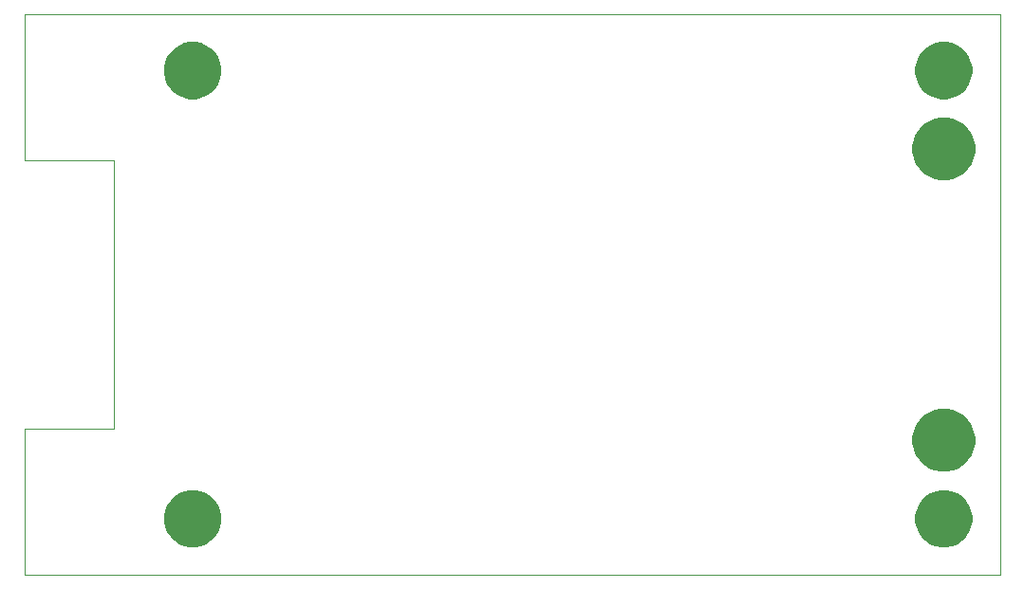
<source format=gbr>
G04 #@! TF.GenerationSoftware,KiCad,Pcbnew,(5.0.0-rc2-60-gbfa89039c)*
G04 #@! TF.CreationDate,2019-08-02T13:23:08+03:00*
G04 #@! TF.ProjectId,ModelPCB,4D6F64656C5043422E6B696361645F70,rev?*
G04 #@! TF.SameCoordinates,Original*
G04 #@! TF.FileFunction,Soldermask,Bot*
G04 #@! TF.FilePolarity,Negative*
%FSLAX46Y46*%
G04 Gerber Fmt 4.6, Leading zero omitted, Abs format (unit mm)*
G04 Created by KiCad (PCBNEW (5.0.0-rc2-60-gbfa89039c)) date 08/02/19 13:23:08*
%MOMM*%
%LPD*%
G01*
G04 APERTURE LIST*
%ADD10C,0.050000*%
%ADD11C,0.150000*%
G04 APERTURE END LIST*
D10*
X154300000Y-63900000D02*
X241300000Y-63900000D01*
X154300000Y-113900000D02*
X154300000Y-100900000D01*
X154300000Y-76900000D02*
X154300000Y-63900000D01*
X162300000Y-76900000D02*
X154300000Y-76900000D01*
X241300000Y-113900000D02*
X154300000Y-113900000D01*
X162300000Y-100900000D02*
X162300000Y-76900000D01*
X154300000Y-100900000D02*
X162300000Y-100900000D01*
X241300000Y-113900000D02*
X241300000Y-63900000D01*
D11*
G36*
X237044096Y-106447033D02*
X237044098Y-106447034D01*
X237044099Y-106447034D01*
X237508352Y-106639333D01*
X237924284Y-106917250D01*
X237926171Y-106918511D01*
X238281489Y-107273829D01*
X238281491Y-107273832D01*
X238560667Y-107691648D01*
X238752966Y-108155901D01*
X238851000Y-108648748D01*
X238851000Y-109151252D01*
X238752966Y-109644099D01*
X238560667Y-110108352D01*
X238282750Y-110524284D01*
X238281489Y-110526171D01*
X237926171Y-110881489D01*
X237926168Y-110881491D01*
X237508352Y-111160667D01*
X237044099Y-111352966D01*
X237044098Y-111352966D01*
X237044096Y-111352967D01*
X236551253Y-111451000D01*
X236048747Y-111451000D01*
X235555904Y-111352967D01*
X235555902Y-111352966D01*
X235555901Y-111352966D01*
X235091648Y-111160667D01*
X234673832Y-110881491D01*
X234673829Y-110881489D01*
X234318511Y-110526171D01*
X234317250Y-110524284D01*
X234039333Y-110108352D01*
X233847034Y-109644099D01*
X233749000Y-109151252D01*
X233749000Y-108648748D01*
X233847034Y-108155901D01*
X234039333Y-107691648D01*
X234318509Y-107273832D01*
X234318511Y-107273829D01*
X234673829Y-106918511D01*
X234675716Y-106917250D01*
X235091648Y-106639333D01*
X235555901Y-106447034D01*
X235555902Y-106447034D01*
X235555904Y-106447033D01*
X236048747Y-106349000D01*
X236551253Y-106349000D01*
X237044096Y-106447033D01*
X237044096Y-106447033D01*
G37*
G36*
X170044096Y-106447033D02*
X170044098Y-106447034D01*
X170044099Y-106447034D01*
X170508352Y-106639333D01*
X170924284Y-106917250D01*
X170926171Y-106918511D01*
X171281489Y-107273829D01*
X171281491Y-107273832D01*
X171560667Y-107691648D01*
X171752966Y-108155901D01*
X171851000Y-108648748D01*
X171851000Y-109151252D01*
X171752966Y-109644099D01*
X171560667Y-110108352D01*
X171282750Y-110524284D01*
X171281489Y-110526171D01*
X170926171Y-110881489D01*
X170926168Y-110881491D01*
X170508352Y-111160667D01*
X170044099Y-111352966D01*
X170044098Y-111352966D01*
X170044096Y-111352967D01*
X169551253Y-111451000D01*
X169048747Y-111451000D01*
X168555904Y-111352967D01*
X168555902Y-111352966D01*
X168555901Y-111352966D01*
X168091648Y-111160667D01*
X167673832Y-110881491D01*
X167673829Y-110881489D01*
X167318511Y-110526171D01*
X167317250Y-110524284D01*
X167039333Y-110108352D01*
X166847034Y-109644099D01*
X166749000Y-109151252D01*
X166749000Y-108648748D01*
X166847034Y-108155901D01*
X167039333Y-107691648D01*
X167318509Y-107273832D01*
X167318511Y-107273829D01*
X167673829Y-106918511D01*
X167675716Y-106917250D01*
X168091648Y-106639333D01*
X168555901Y-106447034D01*
X168555902Y-106447034D01*
X168555904Y-106447033D01*
X169048747Y-106349000D01*
X169551253Y-106349000D01*
X170044096Y-106447033D01*
X170044096Y-106447033D01*
G37*
G36*
X237117021Y-99206640D02*
X237626770Y-99417785D01*
X237626771Y-99417786D01*
X238085534Y-99724321D01*
X238475679Y-100114466D01*
X238680036Y-100420308D01*
X238782215Y-100573230D01*
X238993360Y-101082979D01*
X239101000Y-101624124D01*
X239101000Y-102175876D01*
X238993360Y-102717021D01*
X238782215Y-103226770D01*
X238782214Y-103226771D01*
X238475679Y-103685534D01*
X238085534Y-104075679D01*
X237779692Y-104280036D01*
X237626770Y-104382215D01*
X237117021Y-104593360D01*
X236575876Y-104701000D01*
X236024124Y-104701000D01*
X235482979Y-104593360D01*
X234973230Y-104382215D01*
X234820308Y-104280036D01*
X234514466Y-104075679D01*
X234124321Y-103685534D01*
X233817786Y-103226771D01*
X233817785Y-103226770D01*
X233606640Y-102717021D01*
X233499000Y-102175876D01*
X233499000Y-101624124D01*
X233606640Y-101082979D01*
X233817785Y-100573230D01*
X233919964Y-100420308D01*
X234124321Y-100114466D01*
X234514466Y-99724321D01*
X234973229Y-99417786D01*
X234973230Y-99417785D01*
X235482979Y-99206640D01*
X236024124Y-99099000D01*
X236575876Y-99099000D01*
X237117021Y-99206640D01*
X237117021Y-99206640D01*
G37*
G36*
X237117021Y-73206640D02*
X237626770Y-73417785D01*
X237626771Y-73417786D01*
X238085534Y-73724321D01*
X238475679Y-74114466D01*
X238680036Y-74420308D01*
X238782215Y-74573230D01*
X238993360Y-75082979D01*
X239101000Y-75624124D01*
X239101000Y-76175876D01*
X238993360Y-76717021D01*
X238782215Y-77226770D01*
X238782214Y-77226771D01*
X238475679Y-77685534D01*
X238085534Y-78075679D01*
X237779692Y-78280036D01*
X237626770Y-78382215D01*
X237117021Y-78593360D01*
X236575876Y-78701000D01*
X236024124Y-78701000D01*
X235482979Y-78593360D01*
X234973230Y-78382215D01*
X234820308Y-78280036D01*
X234514466Y-78075679D01*
X234124321Y-77685534D01*
X233817786Y-77226771D01*
X233817785Y-77226770D01*
X233606640Y-76717021D01*
X233499000Y-76175876D01*
X233499000Y-75624124D01*
X233606640Y-75082979D01*
X233817785Y-74573230D01*
X233919964Y-74420308D01*
X234124321Y-74114466D01*
X234514466Y-73724321D01*
X234973229Y-73417786D01*
X234973230Y-73417785D01*
X235482979Y-73206640D01*
X236024124Y-73099000D01*
X236575876Y-73099000D01*
X237117021Y-73206640D01*
X237117021Y-73206640D01*
G37*
G36*
X237044096Y-66447033D02*
X237044098Y-66447034D01*
X237044099Y-66447034D01*
X237508352Y-66639333D01*
X237924284Y-66917250D01*
X237926171Y-66918511D01*
X238281489Y-67273829D01*
X238281491Y-67273832D01*
X238560667Y-67691648D01*
X238752966Y-68155901D01*
X238851000Y-68648748D01*
X238851000Y-69151252D01*
X238752966Y-69644099D01*
X238560667Y-70108352D01*
X238282750Y-70524284D01*
X238281489Y-70526171D01*
X237926171Y-70881489D01*
X237926168Y-70881491D01*
X237508352Y-71160667D01*
X237044099Y-71352966D01*
X237044098Y-71352966D01*
X237044096Y-71352967D01*
X236551253Y-71451000D01*
X236048747Y-71451000D01*
X235555904Y-71352967D01*
X235555902Y-71352966D01*
X235555901Y-71352966D01*
X235091648Y-71160667D01*
X234673832Y-70881491D01*
X234673829Y-70881489D01*
X234318511Y-70526171D01*
X234317250Y-70524284D01*
X234039333Y-70108352D01*
X233847034Y-69644099D01*
X233749000Y-69151252D01*
X233749000Y-68648748D01*
X233847034Y-68155901D01*
X234039333Y-67691648D01*
X234318509Y-67273832D01*
X234318511Y-67273829D01*
X234673829Y-66918511D01*
X234675716Y-66917250D01*
X235091648Y-66639333D01*
X235555901Y-66447034D01*
X235555902Y-66447034D01*
X235555904Y-66447033D01*
X236048747Y-66349000D01*
X236551253Y-66349000D01*
X237044096Y-66447033D01*
X237044096Y-66447033D01*
G37*
G36*
X170044096Y-66447033D02*
X170044098Y-66447034D01*
X170044099Y-66447034D01*
X170508352Y-66639333D01*
X170924284Y-66917250D01*
X170926171Y-66918511D01*
X171281489Y-67273829D01*
X171281491Y-67273832D01*
X171560667Y-67691648D01*
X171752966Y-68155901D01*
X171851000Y-68648748D01*
X171851000Y-69151252D01*
X171752966Y-69644099D01*
X171560667Y-70108352D01*
X171282750Y-70524284D01*
X171281489Y-70526171D01*
X170926171Y-70881489D01*
X170926168Y-70881491D01*
X170508352Y-71160667D01*
X170044099Y-71352966D01*
X170044098Y-71352966D01*
X170044096Y-71352967D01*
X169551253Y-71451000D01*
X169048747Y-71451000D01*
X168555904Y-71352967D01*
X168555902Y-71352966D01*
X168555901Y-71352966D01*
X168091648Y-71160667D01*
X167673832Y-70881491D01*
X167673829Y-70881489D01*
X167318511Y-70526171D01*
X167317250Y-70524284D01*
X167039333Y-70108352D01*
X166847034Y-69644099D01*
X166749000Y-69151252D01*
X166749000Y-68648748D01*
X166847034Y-68155901D01*
X167039333Y-67691648D01*
X167318509Y-67273832D01*
X167318511Y-67273829D01*
X167673829Y-66918511D01*
X167675716Y-66917250D01*
X168091648Y-66639333D01*
X168555901Y-66447034D01*
X168555902Y-66447034D01*
X168555904Y-66447033D01*
X169048747Y-66349000D01*
X169551253Y-66349000D01*
X170044096Y-66447033D01*
X170044096Y-66447033D01*
G37*
M02*

</source>
